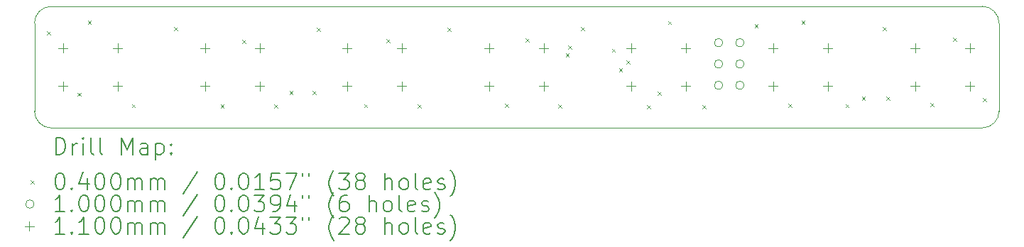
<source format=gbr>
%TF.GenerationSoftware,KiCad,Pcbnew,8.0.6*%
%TF.CreationDate,2024-12-03T13:54:24-05:00*%
%TF.ProjectId,UFC_Function Select,5546435f-4675-46e6-9374-696f6e205365,rev?*%
%TF.SameCoordinates,Original*%
%TF.FileFunction,Drillmap*%
%TF.FilePolarity,Positive*%
%FSLAX45Y45*%
G04 Gerber Fmt 4.5, Leading zero omitted, Abs format (unit mm)*
G04 Created by KiCad (PCBNEW 8.0.6) date 2024-12-03 13:54:24*
%MOMM*%
%LPD*%
G01*
G04 APERTURE LIST*
%ADD10C,0.100000*%
%ADD11C,0.200000*%
%ADD12C,0.110000*%
G04 APERTURE END LIST*
D10*
X9100550Y-9572140D02*
X9100550Y-8522140D01*
X9100550Y-8522140D02*
G75*
G02*
X9300550Y-8322140I200000J0D01*
G01*
X20600550Y-9572140D02*
G75*
G02*
X20400550Y-9772140I-200000J0D01*
G01*
X9300550Y-8322140D02*
X20400550Y-8322140D01*
X20400550Y-9772140D02*
X9300550Y-9772140D01*
X9300550Y-9772140D02*
G75*
G02*
X9100550Y-9572140I0J200000D01*
G01*
X20600550Y-8522140D02*
X20600550Y-9572140D01*
X20400550Y-8322140D02*
G75*
G02*
X20600550Y-8522140I0J-200000D01*
G01*
D11*
D10*
X9247050Y-8622880D02*
X9287050Y-8662880D01*
X9287050Y-8622880D02*
X9247050Y-8662880D01*
X9615550Y-9352140D02*
X9655550Y-9392140D01*
X9655550Y-9352140D02*
X9615550Y-9392140D01*
X9735550Y-8492140D02*
X9775550Y-8532140D01*
X9775550Y-8492140D02*
X9735550Y-8532140D01*
X10260550Y-9487140D02*
X10300550Y-9527140D01*
X10300550Y-9487140D02*
X10260550Y-9527140D01*
X10765550Y-8572140D02*
X10805550Y-8612140D01*
X10805550Y-8572140D02*
X10765550Y-8612140D01*
X11320550Y-9492140D02*
X11360550Y-9532140D01*
X11360550Y-9492140D02*
X11320550Y-9532140D01*
X11575550Y-8722140D02*
X11615550Y-8762140D01*
X11615550Y-8722140D02*
X11575550Y-8762140D01*
X11960550Y-9492140D02*
X12000550Y-9532140D01*
X12000550Y-9492140D02*
X11960550Y-9532140D01*
X12140550Y-9332140D02*
X12180550Y-9372140D01*
X12180550Y-9332140D02*
X12140550Y-9372140D01*
X12415550Y-9332140D02*
X12455550Y-9372140D01*
X12455550Y-9332140D02*
X12415550Y-9372140D01*
X12465550Y-8577140D02*
X12505550Y-8617140D01*
X12505550Y-8577140D02*
X12465550Y-8617140D01*
X13030550Y-9487140D02*
X13070550Y-9527140D01*
X13070550Y-9487140D02*
X13030550Y-9527140D01*
X13295550Y-8712140D02*
X13335550Y-8752140D01*
X13335550Y-8712140D02*
X13295550Y-8752140D01*
X13670550Y-9492140D02*
X13710550Y-9532140D01*
X13710550Y-9492140D02*
X13670550Y-9532140D01*
X14025550Y-8577140D02*
X14065550Y-8617140D01*
X14065550Y-8577140D02*
X14025550Y-8617140D01*
X14710550Y-9482140D02*
X14750550Y-9522140D01*
X14750550Y-9482140D02*
X14710550Y-9522140D01*
X14955550Y-8707140D02*
X14995550Y-8747140D01*
X14995550Y-8707140D02*
X14955550Y-8747140D01*
X15345550Y-9492140D02*
X15385550Y-9532140D01*
X15385550Y-9492140D02*
X15345550Y-9532140D01*
X15434899Y-8882274D02*
X15474899Y-8922274D01*
X15474899Y-8882274D02*
X15434899Y-8922274D01*
X15465550Y-8787140D02*
X15505550Y-8827140D01*
X15505550Y-8787140D02*
X15465550Y-8827140D01*
X15615550Y-8572140D02*
X15655550Y-8612140D01*
X15655550Y-8572140D02*
X15615550Y-8612140D01*
X15985550Y-8827140D02*
X16025550Y-8867140D01*
X16025550Y-8827140D02*
X15985550Y-8867140D01*
X16069480Y-9060568D02*
X16109480Y-9100568D01*
X16109480Y-9060568D02*
X16069480Y-9100568D01*
X16159620Y-8970428D02*
X16199620Y-9010428D01*
X16199620Y-8970428D02*
X16159620Y-9010428D01*
X16405634Y-9499900D02*
X16445634Y-9539900D01*
X16445634Y-9499900D02*
X16405634Y-9539900D01*
X16530550Y-9342140D02*
X16570550Y-9382140D01*
X16570550Y-9342140D02*
X16530550Y-9382140D01*
X16652660Y-8497140D02*
X16692660Y-8537140D01*
X16692660Y-8497140D02*
X16652660Y-8537140D01*
X17065314Y-9499900D02*
X17105314Y-9539900D01*
X17105314Y-9499900D02*
X17065314Y-9539900D01*
X17685550Y-8537140D02*
X17725550Y-8577140D01*
X17725550Y-8537140D02*
X17685550Y-8577140D01*
X18085550Y-9482140D02*
X18125550Y-9522140D01*
X18125550Y-9482140D02*
X18085550Y-9522140D01*
X18245550Y-8492140D02*
X18285550Y-8532140D01*
X18285550Y-8492140D02*
X18245550Y-8532140D01*
X18770550Y-9487140D02*
X18810550Y-9527140D01*
X18810550Y-9487140D02*
X18770550Y-9527140D01*
X18965550Y-9397140D02*
X19005550Y-9437140D01*
X19005550Y-9397140D02*
X18965550Y-9437140D01*
X19215550Y-8572140D02*
X19255550Y-8612140D01*
X19255550Y-8572140D02*
X19215550Y-8612140D01*
X19255550Y-9397140D02*
X19295550Y-9437140D01*
X19295550Y-9397140D02*
X19255550Y-9437140D01*
X19780550Y-9477140D02*
X19820550Y-9517140D01*
X19820550Y-9477140D02*
X19780550Y-9517140D01*
X20050550Y-8697140D02*
X20090550Y-8737140D01*
X20090550Y-8697140D02*
X20050550Y-8737140D01*
X20410550Y-9417140D02*
X20450550Y-9457140D01*
X20450550Y-9417140D02*
X20410550Y-9457140D01*
X17306550Y-8756140D02*
G75*
G02*
X17206550Y-8756140I-50000J0D01*
G01*
X17206550Y-8756140D02*
G75*
G02*
X17306550Y-8756140I50000J0D01*
G01*
X17306550Y-9010140D02*
G75*
G02*
X17206550Y-9010140I-50000J0D01*
G01*
X17206550Y-9010140D02*
G75*
G02*
X17306550Y-9010140I50000J0D01*
G01*
X17306550Y-9264140D02*
G75*
G02*
X17206550Y-9264140I-50000J0D01*
G01*
X17206550Y-9264140D02*
G75*
G02*
X17306550Y-9264140I50000J0D01*
G01*
X17560550Y-8756140D02*
G75*
G02*
X17460550Y-8756140I-50000J0D01*
G01*
X17460550Y-8756140D02*
G75*
G02*
X17560550Y-8756140I50000J0D01*
G01*
X17560550Y-9010140D02*
G75*
G02*
X17460550Y-9010140I-50000J0D01*
G01*
X17460550Y-9010140D02*
G75*
G02*
X17560550Y-9010140I50000J0D01*
G01*
X17560550Y-9264140D02*
G75*
G02*
X17460550Y-9264140I-50000J0D01*
G01*
X17460550Y-9264140D02*
G75*
G02*
X17560550Y-9264140I50000J0D01*
G01*
D12*
X9442300Y-8766700D02*
X9442300Y-8876700D01*
X9387300Y-8821700D02*
X9497300Y-8821700D01*
X9442300Y-9216700D02*
X9442300Y-9326700D01*
X9387300Y-9271700D02*
X9497300Y-9271700D01*
X10092300Y-8766700D02*
X10092300Y-8876700D01*
X10037300Y-8821700D02*
X10147300Y-8821700D01*
X10092300Y-9216700D02*
X10092300Y-9326700D01*
X10037300Y-9271700D02*
X10147300Y-9271700D01*
X11135633Y-8766700D02*
X11135633Y-8876700D01*
X11080633Y-8821700D02*
X11190633Y-8821700D01*
X11135633Y-9216700D02*
X11135633Y-9326700D01*
X11080633Y-9271700D02*
X11190633Y-9271700D01*
X11785633Y-8766700D02*
X11785633Y-8876700D01*
X11730633Y-8821700D02*
X11840633Y-8821700D01*
X11785633Y-9216700D02*
X11785633Y-9326700D01*
X11730633Y-9271700D02*
X11840633Y-9271700D01*
X12828970Y-8766700D02*
X12828970Y-8876700D01*
X12773970Y-8821700D02*
X12883970Y-8821700D01*
X12828970Y-9216700D02*
X12828970Y-9326700D01*
X12773970Y-9271700D02*
X12883970Y-9271700D01*
X13478970Y-8766700D02*
X13478970Y-8876700D01*
X13423970Y-8821700D02*
X13533970Y-8821700D01*
X13478970Y-9216700D02*
X13478970Y-9326700D01*
X13423970Y-9271700D02*
X13533970Y-9271700D01*
X14522300Y-8766700D02*
X14522300Y-8876700D01*
X14467300Y-8821700D02*
X14577300Y-8821700D01*
X14522300Y-9216700D02*
X14522300Y-9326700D01*
X14467300Y-9271700D02*
X14577300Y-9271700D01*
X15172300Y-8766700D02*
X15172300Y-8876700D01*
X15117300Y-8821700D02*
X15227300Y-8821700D01*
X15172300Y-9216700D02*
X15172300Y-9326700D01*
X15117300Y-9271700D02*
X15227300Y-9271700D01*
X16215633Y-8766700D02*
X16215633Y-8876700D01*
X16160633Y-8821700D02*
X16270633Y-8821700D01*
X16215633Y-9216700D02*
X16215633Y-9326700D01*
X16160633Y-9271700D02*
X16270633Y-9271700D01*
X16865633Y-8766700D02*
X16865633Y-8876700D01*
X16810633Y-8821700D02*
X16920633Y-8821700D01*
X16865633Y-9216700D02*
X16865633Y-9326700D01*
X16810633Y-9271700D02*
X16920633Y-9271700D01*
X17908967Y-8766700D02*
X17908967Y-8876700D01*
X17853967Y-8821700D02*
X17963967Y-8821700D01*
X17908967Y-9216700D02*
X17908967Y-9326700D01*
X17853967Y-9271700D02*
X17963967Y-9271700D01*
X18558967Y-8766700D02*
X18558967Y-8876700D01*
X18503967Y-8821700D02*
X18613967Y-8821700D01*
X18558967Y-9216700D02*
X18558967Y-9326700D01*
X18503967Y-9271700D02*
X18613967Y-9271700D01*
X19602300Y-8766700D02*
X19602300Y-8876700D01*
X19547300Y-8821700D02*
X19657300Y-8821700D01*
X19602300Y-9216700D02*
X19602300Y-9326700D01*
X19547300Y-9271700D02*
X19657300Y-9271700D01*
X20252300Y-8766700D02*
X20252300Y-8876700D01*
X20197300Y-8821700D02*
X20307300Y-8821700D01*
X20252300Y-9216700D02*
X20252300Y-9326700D01*
X20197300Y-9271700D02*
X20307300Y-9271700D01*
D11*
X9356327Y-10088624D02*
X9356327Y-9888624D01*
X9356327Y-9888624D02*
X9403946Y-9888624D01*
X9403946Y-9888624D02*
X9432517Y-9898147D01*
X9432517Y-9898147D02*
X9451565Y-9917195D01*
X9451565Y-9917195D02*
X9461089Y-9936243D01*
X9461089Y-9936243D02*
X9470612Y-9974338D01*
X9470612Y-9974338D02*
X9470612Y-10002909D01*
X9470612Y-10002909D02*
X9461089Y-10041005D01*
X9461089Y-10041005D02*
X9451565Y-10060052D01*
X9451565Y-10060052D02*
X9432517Y-10079100D01*
X9432517Y-10079100D02*
X9403946Y-10088624D01*
X9403946Y-10088624D02*
X9356327Y-10088624D01*
X9556327Y-10088624D02*
X9556327Y-9955290D01*
X9556327Y-9993386D02*
X9565850Y-9974338D01*
X9565850Y-9974338D02*
X9575374Y-9964814D01*
X9575374Y-9964814D02*
X9594422Y-9955290D01*
X9594422Y-9955290D02*
X9613470Y-9955290D01*
X9680136Y-10088624D02*
X9680136Y-9955290D01*
X9680136Y-9888624D02*
X9670612Y-9898147D01*
X9670612Y-9898147D02*
X9680136Y-9907671D01*
X9680136Y-9907671D02*
X9689660Y-9898147D01*
X9689660Y-9898147D02*
X9680136Y-9888624D01*
X9680136Y-9888624D02*
X9680136Y-9907671D01*
X9803946Y-10088624D02*
X9784898Y-10079100D01*
X9784898Y-10079100D02*
X9775374Y-10060052D01*
X9775374Y-10060052D02*
X9775374Y-9888624D01*
X9908708Y-10088624D02*
X9889660Y-10079100D01*
X9889660Y-10079100D02*
X9880136Y-10060052D01*
X9880136Y-10060052D02*
X9880136Y-9888624D01*
X10137279Y-10088624D02*
X10137279Y-9888624D01*
X10137279Y-9888624D02*
X10203946Y-10031481D01*
X10203946Y-10031481D02*
X10270612Y-9888624D01*
X10270612Y-9888624D02*
X10270612Y-10088624D01*
X10451565Y-10088624D02*
X10451565Y-9983862D01*
X10451565Y-9983862D02*
X10442041Y-9964814D01*
X10442041Y-9964814D02*
X10422993Y-9955290D01*
X10422993Y-9955290D02*
X10384898Y-9955290D01*
X10384898Y-9955290D02*
X10365850Y-9964814D01*
X10451565Y-10079100D02*
X10432517Y-10088624D01*
X10432517Y-10088624D02*
X10384898Y-10088624D01*
X10384898Y-10088624D02*
X10365850Y-10079100D01*
X10365850Y-10079100D02*
X10356327Y-10060052D01*
X10356327Y-10060052D02*
X10356327Y-10041005D01*
X10356327Y-10041005D02*
X10365850Y-10021957D01*
X10365850Y-10021957D02*
X10384898Y-10012433D01*
X10384898Y-10012433D02*
X10432517Y-10012433D01*
X10432517Y-10012433D02*
X10451565Y-10002909D01*
X10546803Y-9955290D02*
X10546803Y-10155290D01*
X10546803Y-9964814D02*
X10565850Y-9955290D01*
X10565850Y-9955290D02*
X10603946Y-9955290D01*
X10603946Y-9955290D02*
X10622993Y-9964814D01*
X10622993Y-9964814D02*
X10632517Y-9974338D01*
X10632517Y-9974338D02*
X10642041Y-9993386D01*
X10642041Y-9993386D02*
X10642041Y-10050528D01*
X10642041Y-10050528D02*
X10632517Y-10069576D01*
X10632517Y-10069576D02*
X10622993Y-10079100D01*
X10622993Y-10079100D02*
X10603946Y-10088624D01*
X10603946Y-10088624D02*
X10565850Y-10088624D01*
X10565850Y-10088624D02*
X10546803Y-10079100D01*
X10727755Y-10069576D02*
X10737279Y-10079100D01*
X10737279Y-10079100D02*
X10727755Y-10088624D01*
X10727755Y-10088624D02*
X10718231Y-10079100D01*
X10718231Y-10079100D02*
X10727755Y-10069576D01*
X10727755Y-10069576D02*
X10727755Y-10088624D01*
X10727755Y-9964814D02*
X10737279Y-9974338D01*
X10737279Y-9974338D02*
X10727755Y-9983862D01*
X10727755Y-9983862D02*
X10718231Y-9974338D01*
X10718231Y-9974338D02*
X10727755Y-9964814D01*
X10727755Y-9964814D02*
X10727755Y-9983862D01*
D10*
X9055550Y-10397140D02*
X9095550Y-10437140D01*
X9095550Y-10397140D02*
X9055550Y-10437140D01*
D11*
X9394422Y-10308624D02*
X9413470Y-10308624D01*
X9413470Y-10308624D02*
X9432517Y-10318147D01*
X9432517Y-10318147D02*
X9442041Y-10327671D01*
X9442041Y-10327671D02*
X9451565Y-10346719D01*
X9451565Y-10346719D02*
X9461089Y-10384814D01*
X9461089Y-10384814D02*
X9461089Y-10432433D01*
X9461089Y-10432433D02*
X9451565Y-10470528D01*
X9451565Y-10470528D02*
X9442041Y-10489576D01*
X9442041Y-10489576D02*
X9432517Y-10499100D01*
X9432517Y-10499100D02*
X9413470Y-10508624D01*
X9413470Y-10508624D02*
X9394422Y-10508624D01*
X9394422Y-10508624D02*
X9375374Y-10499100D01*
X9375374Y-10499100D02*
X9365850Y-10489576D01*
X9365850Y-10489576D02*
X9356327Y-10470528D01*
X9356327Y-10470528D02*
X9346803Y-10432433D01*
X9346803Y-10432433D02*
X9346803Y-10384814D01*
X9346803Y-10384814D02*
X9356327Y-10346719D01*
X9356327Y-10346719D02*
X9365850Y-10327671D01*
X9365850Y-10327671D02*
X9375374Y-10318147D01*
X9375374Y-10318147D02*
X9394422Y-10308624D01*
X9546803Y-10489576D02*
X9556327Y-10499100D01*
X9556327Y-10499100D02*
X9546803Y-10508624D01*
X9546803Y-10508624D02*
X9537279Y-10499100D01*
X9537279Y-10499100D02*
X9546803Y-10489576D01*
X9546803Y-10489576D02*
X9546803Y-10508624D01*
X9727755Y-10375290D02*
X9727755Y-10508624D01*
X9680136Y-10299100D02*
X9632517Y-10441957D01*
X9632517Y-10441957D02*
X9756327Y-10441957D01*
X9870612Y-10308624D02*
X9889660Y-10308624D01*
X9889660Y-10308624D02*
X9908708Y-10318147D01*
X9908708Y-10318147D02*
X9918231Y-10327671D01*
X9918231Y-10327671D02*
X9927755Y-10346719D01*
X9927755Y-10346719D02*
X9937279Y-10384814D01*
X9937279Y-10384814D02*
X9937279Y-10432433D01*
X9937279Y-10432433D02*
X9927755Y-10470528D01*
X9927755Y-10470528D02*
X9918231Y-10489576D01*
X9918231Y-10489576D02*
X9908708Y-10499100D01*
X9908708Y-10499100D02*
X9889660Y-10508624D01*
X9889660Y-10508624D02*
X9870612Y-10508624D01*
X9870612Y-10508624D02*
X9851565Y-10499100D01*
X9851565Y-10499100D02*
X9842041Y-10489576D01*
X9842041Y-10489576D02*
X9832517Y-10470528D01*
X9832517Y-10470528D02*
X9822993Y-10432433D01*
X9822993Y-10432433D02*
X9822993Y-10384814D01*
X9822993Y-10384814D02*
X9832517Y-10346719D01*
X9832517Y-10346719D02*
X9842041Y-10327671D01*
X9842041Y-10327671D02*
X9851565Y-10318147D01*
X9851565Y-10318147D02*
X9870612Y-10308624D01*
X10061089Y-10308624D02*
X10080136Y-10308624D01*
X10080136Y-10308624D02*
X10099184Y-10318147D01*
X10099184Y-10318147D02*
X10108708Y-10327671D01*
X10108708Y-10327671D02*
X10118231Y-10346719D01*
X10118231Y-10346719D02*
X10127755Y-10384814D01*
X10127755Y-10384814D02*
X10127755Y-10432433D01*
X10127755Y-10432433D02*
X10118231Y-10470528D01*
X10118231Y-10470528D02*
X10108708Y-10489576D01*
X10108708Y-10489576D02*
X10099184Y-10499100D01*
X10099184Y-10499100D02*
X10080136Y-10508624D01*
X10080136Y-10508624D02*
X10061089Y-10508624D01*
X10061089Y-10508624D02*
X10042041Y-10499100D01*
X10042041Y-10499100D02*
X10032517Y-10489576D01*
X10032517Y-10489576D02*
X10022993Y-10470528D01*
X10022993Y-10470528D02*
X10013470Y-10432433D01*
X10013470Y-10432433D02*
X10013470Y-10384814D01*
X10013470Y-10384814D02*
X10022993Y-10346719D01*
X10022993Y-10346719D02*
X10032517Y-10327671D01*
X10032517Y-10327671D02*
X10042041Y-10318147D01*
X10042041Y-10318147D02*
X10061089Y-10308624D01*
X10213470Y-10508624D02*
X10213470Y-10375290D01*
X10213470Y-10394338D02*
X10222993Y-10384814D01*
X10222993Y-10384814D02*
X10242041Y-10375290D01*
X10242041Y-10375290D02*
X10270612Y-10375290D01*
X10270612Y-10375290D02*
X10289660Y-10384814D01*
X10289660Y-10384814D02*
X10299184Y-10403862D01*
X10299184Y-10403862D02*
X10299184Y-10508624D01*
X10299184Y-10403862D02*
X10308708Y-10384814D01*
X10308708Y-10384814D02*
X10327755Y-10375290D01*
X10327755Y-10375290D02*
X10356327Y-10375290D01*
X10356327Y-10375290D02*
X10375374Y-10384814D01*
X10375374Y-10384814D02*
X10384898Y-10403862D01*
X10384898Y-10403862D02*
X10384898Y-10508624D01*
X10480136Y-10508624D02*
X10480136Y-10375290D01*
X10480136Y-10394338D02*
X10489660Y-10384814D01*
X10489660Y-10384814D02*
X10508708Y-10375290D01*
X10508708Y-10375290D02*
X10537279Y-10375290D01*
X10537279Y-10375290D02*
X10556327Y-10384814D01*
X10556327Y-10384814D02*
X10565851Y-10403862D01*
X10565851Y-10403862D02*
X10565851Y-10508624D01*
X10565851Y-10403862D02*
X10575374Y-10384814D01*
X10575374Y-10384814D02*
X10594422Y-10375290D01*
X10594422Y-10375290D02*
X10622993Y-10375290D01*
X10622993Y-10375290D02*
X10642041Y-10384814D01*
X10642041Y-10384814D02*
X10651565Y-10403862D01*
X10651565Y-10403862D02*
X10651565Y-10508624D01*
X11042041Y-10299100D02*
X10870613Y-10556243D01*
X11299184Y-10308624D02*
X11318232Y-10308624D01*
X11318232Y-10308624D02*
X11337279Y-10318147D01*
X11337279Y-10318147D02*
X11346803Y-10327671D01*
X11346803Y-10327671D02*
X11356327Y-10346719D01*
X11356327Y-10346719D02*
X11365851Y-10384814D01*
X11365851Y-10384814D02*
X11365851Y-10432433D01*
X11365851Y-10432433D02*
X11356327Y-10470528D01*
X11356327Y-10470528D02*
X11346803Y-10489576D01*
X11346803Y-10489576D02*
X11337279Y-10499100D01*
X11337279Y-10499100D02*
X11318232Y-10508624D01*
X11318232Y-10508624D02*
X11299184Y-10508624D01*
X11299184Y-10508624D02*
X11280136Y-10499100D01*
X11280136Y-10499100D02*
X11270612Y-10489576D01*
X11270612Y-10489576D02*
X11261089Y-10470528D01*
X11261089Y-10470528D02*
X11251565Y-10432433D01*
X11251565Y-10432433D02*
X11251565Y-10384814D01*
X11251565Y-10384814D02*
X11261089Y-10346719D01*
X11261089Y-10346719D02*
X11270612Y-10327671D01*
X11270612Y-10327671D02*
X11280136Y-10318147D01*
X11280136Y-10318147D02*
X11299184Y-10308624D01*
X11451565Y-10489576D02*
X11461089Y-10499100D01*
X11461089Y-10499100D02*
X11451565Y-10508624D01*
X11451565Y-10508624D02*
X11442041Y-10499100D01*
X11442041Y-10499100D02*
X11451565Y-10489576D01*
X11451565Y-10489576D02*
X11451565Y-10508624D01*
X11584898Y-10308624D02*
X11603946Y-10308624D01*
X11603946Y-10308624D02*
X11622993Y-10318147D01*
X11622993Y-10318147D02*
X11632517Y-10327671D01*
X11632517Y-10327671D02*
X11642041Y-10346719D01*
X11642041Y-10346719D02*
X11651565Y-10384814D01*
X11651565Y-10384814D02*
X11651565Y-10432433D01*
X11651565Y-10432433D02*
X11642041Y-10470528D01*
X11642041Y-10470528D02*
X11632517Y-10489576D01*
X11632517Y-10489576D02*
X11622993Y-10499100D01*
X11622993Y-10499100D02*
X11603946Y-10508624D01*
X11603946Y-10508624D02*
X11584898Y-10508624D01*
X11584898Y-10508624D02*
X11565851Y-10499100D01*
X11565851Y-10499100D02*
X11556327Y-10489576D01*
X11556327Y-10489576D02*
X11546803Y-10470528D01*
X11546803Y-10470528D02*
X11537279Y-10432433D01*
X11537279Y-10432433D02*
X11537279Y-10384814D01*
X11537279Y-10384814D02*
X11546803Y-10346719D01*
X11546803Y-10346719D02*
X11556327Y-10327671D01*
X11556327Y-10327671D02*
X11565851Y-10318147D01*
X11565851Y-10318147D02*
X11584898Y-10308624D01*
X11842041Y-10508624D02*
X11727755Y-10508624D01*
X11784898Y-10508624D02*
X11784898Y-10308624D01*
X11784898Y-10308624D02*
X11765851Y-10337195D01*
X11765851Y-10337195D02*
X11746803Y-10356243D01*
X11746803Y-10356243D02*
X11727755Y-10365766D01*
X12022993Y-10308624D02*
X11927755Y-10308624D01*
X11927755Y-10308624D02*
X11918232Y-10403862D01*
X11918232Y-10403862D02*
X11927755Y-10394338D01*
X11927755Y-10394338D02*
X11946803Y-10384814D01*
X11946803Y-10384814D02*
X11994422Y-10384814D01*
X11994422Y-10384814D02*
X12013470Y-10394338D01*
X12013470Y-10394338D02*
X12022993Y-10403862D01*
X12022993Y-10403862D02*
X12032517Y-10422909D01*
X12032517Y-10422909D02*
X12032517Y-10470528D01*
X12032517Y-10470528D02*
X12022993Y-10489576D01*
X12022993Y-10489576D02*
X12013470Y-10499100D01*
X12013470Y-10499100D02*
X11994422Y-10508624D01*
X11994422Y-10508624D02*
X11946803Y-10508624D01*
X11946803Y-10508624D02*
X11927755Y-10499100D01*
X11927755Y-10499100D02*
X11918232Y-10489576D01*
X12099184Y-10308624D02*
X12232517Y-10308624D01*
X12232517Y-10308624D02*
X12146803Y-10508624D01*
X12299184Y-10308624D02*
X12299184Y-10346719D01*
X12375374Y-10308624D02*
X12375374Y-10346719D01*
X12670613Y-10584814D02*
X12661089Y-10575290D01*
X12661089Y-10575290D02*
X12642041Y-10546719D01*
X12642041Y-10546719D02*
X12632517Y-10527671D01*
X12632517Y-10527671D02*
X12622994Y-10499100D01*
X12622994Y-10499100D02*
X12613470Y-10451481D01*
X12613470Y-10451481D02*
X12613470Y-10413386D01*
X12613470Y-10413386D02*
X12622994Y-10365766D01*
X12622994Y-10365766D02*
X12632517Y-10337195D01*
X12632517Y-10337195D02*
X12642041Y-10318147D01*
X12642041Y-10318147D02*
X12661089Y-10289576D01*
X12661089Y-10289576D02*
X12670613Y-10280052D01*
X12727755Y-10308624D02*
X12851565Y-10308624D01*
X12851565Y-10308624D02*
X12784898Y-10384814D01*
X12784898Y-10384814D02*
X12813470Y-10384814D01*
X12813470Y-10384814D02*
X12832517Y-10394338D01*
X12832517Y-10394338D02*
X12842041Y-10403862D01*
X12842041Y-10403862D02*
X12851565Y-10422909D01*
X12851565Y-10422909D02*
X12851565Y-10470528D01*
X12851565Y-10470528D02*
X12842041Y-10489576D01*
X12842041Y-10489576D02*
X12832517Y-10499100D01*
X12832517Y-10499100D02*
X12813470Y-10508624D01*
X12813470Y-10508624D02*
X12756327Y-10508624D01*
X12756327Y-10508624D02*
X12737279Y-10499100D01*
X12737279Y-10499100D02*
X12727755Y-10489576D01*
X12965851Y-10394338D02*
X12946803Y-10384814D01*
X12946803Y-10384814D02*
X12937279Y-10375290D01*
X12937279Y-10375290D02*
X12927755Y-10356243D01*
X12927755Y-10356243D02*
X12927755Y-10346719D01*
X12927755Y-10346719D02*
X12937279Y-10327671D01*
X12937279Y-10327671D02*
X12946803Y-10318147D01*
X12946803Y-10318147D02*
X12965851Y-10308624D01*
X12965851Y-10308624D02*
X13003946Y-10308624D01*
X13003946Y-10308624D02*
X13022994Y-10318147D01*
X13022994Y-10318147D02*
X13032517Y-10327671D01*
X13032517Y-10327671D02*
X13042041Y-10346719D01*
X13042041Y-10346719D02*
X13042041Y-10356243D01*
X13042041Y-10356243D02*
X13032517Y-10375290D01*
X13032517Y-10375290D02*
X13022994Y-10384814D01*
X13022994Y-10384814D02*
X13003946Y-10394338D01*
X13003946Y-10394338D02*
X12965851Y-10394338D01*
X12965851Y-10394338D02*
X12946803Y-10403862D01*
X12946803Y-10403862D02*
X12937279Y-10413386D01*
X12937279Y-10413386D02*
X12927755Y-10432433D01*
X12927755Y-10432433D02*
X12927755Y-10470528D01*
X12927755Y-10470528D02*
X12937279Y-10489576D01*
X12937279Y-10489576D02*
X12946803Y-10499100D01*
X12946803Y-10499100D02*
X12965851Y-10508624D01*
X12965851Y-10508624D02*
X13003946Y-10508624D01*
X13003946Y-10508624D02*
X13022994Y-10499100D01*
X13022994Y-10499100D02*
X13032517Y-10489576D01*
X13032517Y-10489576D02*
X13042041Y-10470528D01*
X13042041Y-10470528D02*
X13042041Y-10432433D01*
X13042041Y-10432433D02*
X13032517Y-10413386D01*
X13032517Y-10413386D02*
X13022994Y-10403862D01*
X13022994Y-10403862D02*
X13003946Y-10394338D01*
X13280136Y-10508624D02*
X13280136Y-10308624D01*
X13365851Y-10508624D02*
X13365851Y-10403862D01*
X13365851Y-10403862D02*
X13356327Y-10384814D01*
X13356327Y-10384814D02*
X13337279Y-10375290D01*
X13337279Y-10375290D02*
X13308708Y-10375290D01*
X13308708Y-10375290D02*
X13289660Y-10384814D01*
X13289660Y-10384814D02*
X13280136Y-10394338D01*
X13489660Y-10508624D02*
X13470613Y-10499100D01*
X13470613Y-10499100D02*
X13461089Y-10489576D01*
X13461089Y-10489576D02*
X13451565Y-10470528D01*
X13451565Y-10470528D02*
X13451565Y-10413386D01*
X13451565Y-10413386D02*
X13461089Y-10394338D01*
X13461089Y-10394338D02*
X13470613Y-10384814D01*
X13470613Y-10384814D02*
X13489660Y-10375290D01*
X13489660Y-10375290D02*
X13518232Y-10375290D01*
X13518232Y-10375290D02*
X13537279Y-10384814D01*
X13537279Y-10384814D02*
X13546803Y-10394338D01*
X13546803Y-10394338D02*
X13556327Y-10413386D01*
X13556327Y-10413386D02*
X13556327Y-10470528D01*
X13556327Y-10470528D02*
X13546803Y-10489576D01*
X13546803Y-10489576D02*
X13537279Y-10499100D01*
X13537279Y-10499100D02*
X13518232Y-10508624D01*
X13518232Y-10508624D02*
X13489660Y-10508624D01*
X13670613Y-10508624D02*
X13651565Y-10499100D01*
X13651565Y-10499100D02*
X13642041Y-10480052D01*
X13642041Y-10480052D02*
X13642041Y-10308624D01*
X13822994Y-10499100D02*
X13803946Y-10508624D01*
X13803946Y-10508624D02*
X13765851Y-10508624D01*
X13765851Y-10508624D02*
X13746803Y-10499100D01*
X13746803Y-10499100D02*
X13737279Y-10480052D01*
X13737279Y-10480052D02*
X13737279Y-10403862D01*
X13737279Y-10403862D02*
X13746803Y-10384814D01*
X13746803Y-10384814D02*
X13765851Y-10375290D01*
X13765851Y-10375290D02*
X13803946Y-10375290D01*
X13803946Y-10375290D02*
X13822994Y-10384814D01*
X13822994Y-10384814D02*
X13832517Y-10403862D01*
X13832517Y-10403862D02*
X13832517Y-10422909D01*
X13832517Y-10422909D02*
X13737279Y-10441957D01*
X13908708Y-10499100D02*
X13927756Y-10508624D01*
X13927756Y-10508624D02*
X13965851Y-10508624D01*
X13965851Y-10508624D02*
X13984898Y-10499100D01*
X13984898Y-10499100D02*
X13994422Y-10480052D01*
X13994422Y-10480052D02*
X13994422Y-10470528D01*
X13994422Y-10470528D02*
X13984898Y-10451481D01*
X13984898Y-10451481D02*
X13965851Y-10441957D01*
X13965851Y-10441957D02*
X13937279Y-10441957D01*
X13937279Y-10441957D02*
X13918232Y-10432433D01*
X13918232Y-10432433D02*
X13908708Y-10413386D01*
X13908708Y-10413386D02*
X13908708Y-10403862D01*
X13908708Y-10403862D02*
X13918232Y-10384814D01*
X13918232Y-10384814D02*
X13937279Y-10375290D01*
X13937279Y-10375290D02*
X13965851Y-10375290D01*
X13965851Y-10375290D02*
X13984898Y-10384814D01*
X14061089Y-10584814D02*
X14070613Y-10575290D01*
X14070613Y-10575290D02*
X14089660Y-10546719D01*
X14089660Y-10546719D02*
X14099184Y-10527671D01*
X14099184Y-10527671D02*
X14108708Y-10499100D01*
X14108708Y-10499100D02*
X14118232Y-10451481D01*
X14118232Y-10451481D02*
X14118232Y-10413386D01*
X14118232Y-10413386D02*
X14108708Y-10365766D01*
X14108708Y-10365766D02*
X14099184Y-10337195D01*
X14099184Y-10337195D02*
X14089660Y-10318147D01*
X14089660Y-10318147D02*
X14070613Y-10289576D01*
X14070613Y-10289576D02*
X14061089Y-10280052D01*
D10*
X9095550Y-10681140D02*
G75*
G02*
X8995550Y-10681140I-50000J0D01*
G01*
X8995550Y-10681140D02*
G75*
G02*
X9095550Y-10681140I50000J0D01*
G01*
D11*
X9461089Y-10772624D02*
X9346803Y-10772624D01*
X9403946Y-10772624D02*
X9403946Y-10572624D01*
X9403946Y-10572624D02*
X9384898Y-10601195D01*
X9384898Y-10601195D02*
X9365850Y-10620243D01*
X9365850Y-10620243D02*
X9346803Y-10629766D01*
X9546803Y-10753576D02*
X9556327Y-10763100D01*
X9556327Y-10763100D02*
X9546803Y-10772624D01*
X9546803Y-10772624D02*
X9537279Y-10763100D01*
X9537279Y-10763100D02*
X9546803Y-10753576D01*
X9546803Y-10753576D02*
X9546803Y-10772624D01*
X9680136Y-10572624D02*
X9699184Y-10572624D01*
X9699184Y-10572624D02*
X9718231Y-10582147D01*
X9718231Y-10582147D02*
X9727755Y-10591671D01*
X9727755Y-10591671D02*
X9737279Y-10610719D01*
X9737279Y-10610719D02*
X9746803Y-10648814D01*
X9746803Y-10648814D02*
X9746803Y-10696433D01*
X9746803Y-10696433D02*
X9737279Y-10734528D01*
X9737279Y-10734528D02*
X9727755Y-10753576D01*
X9727755Y-10753576D02*
X9718231Y-10763100D01*
X9718231Y-10763100D02*
X9699184Y-10772624D01*
X9699184Y-10772624D02*
X9680136Y-10772624D01*
X9680136Y-10772624D02*
X9661089Y-10763100D01*
X9661089Y-10763100D02*
X9651565Y-10753576D01*
X9651565Y-10753576D02*
X9642041Y-10734528D01*
X9642041Y-10734528D02*
X9632517Y-10696433D01*
X9632517Y-10696433D02*
X9632517Y-10648814D01*
X9632517Y-10648814D02*
X9642041Y-10610719D01*
X9642041Y-10610719D02*
X9651565Y-10591671D01*
X9651565Y-10591671D02*
X9661089Y-10582147D01*
X9661089Y-10582147D02*
X9680136Y-10572624D01*
X9870612Y-10572624D02*
X9889660Y-10572624D01*
X9889660Y-10572624D02*
X9908708Y-10582147D01*
X9908708Y-10582147D02*
X9918231Y-10591671D01*
X9918231Y-10591671D02*
X9927755Y-10610719D01*
X9927755Y-10610719D02*
X9937279Y-10648814D01*
X9937279Y-10648814D02*
X9937279Y-10696433D01*
X9937279Y-10696433D02*
X9927755Y-10734528D01*
X9927755Y-10734528D02*
X9918231Y-10753576D01*
X9918231Y-10753576D02*
X9908708Y-10763100D01*
X9908708Y-10763100D02*
X9889660Y-10772624D01*
X9889660Y-10772624D02*
X9870612Y-10772624D01*
X9870612Y-10772624D02*
X9851565Y-10763100D01*
X9851565Y-10763100D02*
X9842041Y-10753576D01*
X9842041Y-10753576D02*
X9832517Y-10734528D01*
X9832517Y-10734528D02*
X9822993Y-10696433D01*
X9822993Y-10696433D02*
X9822993Y-10648814D01*
X9822993Y-10648814D02*
X9832517Y-10610719D01*
X9832517Y-10610719D02*
X9842041Y-10591671D01*
X9842041Y-10591671D02*
X9851565Y-10582147D01*
X9851565Y-10582147D02*
X9870612Y-10572624D01*
X10061089Y-10572624D02*
X10080136Y-10572624D01*
X10080136Y-10572624D02*
X10099184Y-10582147D01*
X10099184Y-10582147D02*
X10108708Y-10591671D01*
X10108708Y-10591671D02*
X10118231Y-10610719D01*
X10118231Y-10610719D02*
X10127755Y-10648814D01*
X10127755Y-10648814D02*
X10127755Y-10696433D01*
X10127755Y-10696433D02*
X10118231Y-10734528D01*
X10118231Y-10734528D02*
X10108708Y-10753576D01*
X10108708Y-10753576D02*
X10099184Y-10763100D01*
X10099184Y-10763100D02*
X10080136Y-10772624D01*
X10080136Y-10772624D02*
X10061089Y-10772624D01*
X10061089Y-10772624D02*
X10042041Y-10763100D01*
X10042041Y-10763100D02*
X10032517Y-10753576D01*
X10032517Y-10753576D02*
X10022993Y-10734528D01*
X10022993Y-10734528D02*
X10013470Y-10696433D01*
X10013470Y-10696433D02*
X10013470Y-10648814D01*
X10013470Y-10648814D02*
X10022993Y-10610719D01*
X10022993Y-10610719D02*
X10032517Y-10591671D01*
X10032517Y-10591671D02*
X10042041Y-10582147D01*
X10042041Y-10582147D02*
X10061089Y-10572624D01*
X10213470Y-10772624D02*
X10213470Y-10639290D01*
X10213470Y-10658338D02*
X10222993Y-10648814D01*
X10222993Y-10648814D02*
X10242041Y-10639290D01*
X10242041Y-10639290D02*
X10270612Y-10639290D01*
X10270612Y-10639290D02*
X10289660Y-10648814D01*
X10289660Y-10648814D02*
X10299184Y-10667862D01*
X10299184Y-10667862D02*
X10299184Y-10772624D01*
X10299184Y-10667862D02*
X10308708Y-10648814D01*
X10308708Y-10648814D02*
X10327755Y-10639290D01*
X10327755Y-10639290D02*
X10356327Y-10639290D01*
X10356327Y-10639290D02*
X10375374Y-10648814D01*
X10375374Y-10648814D02*
X10384898Y-10667862D01*
X10384898Y-10667862D02*
X10384898Y-10772624D01*
X10480136Y-10772624D02*
X10480136Y-10639290D01*
X10480136Y-10658338D02*
X10489660Y-10648814D01*
X10489660Y-10648814D02*
X10508708Y-10639290D01*
X10508708Y-10639290D02*
X10537279Y-10639290D01*
X10537279Y-10639290D02*
X10556327Y-10648814D01*
X10556327Y-10648814D02*
X10565851Y-10667862D01*
X10565851Y-10667862D02*
X10565851Y-10772624D01*
X10565851Y-10667862D02*
X10575374Y-10648814D01*
X10575374Y-10648814D02*
X10594422Y-10639290D01*
X10594422Y-10639290D02*
X10622993Y-10639290D01*
X10622993Y-10639290D02*
X10642041Y-10648814D01*
X10642041Y-10648814D02*
X10651565Y-10667862D01*
X10651565Y-10667862D02*
X10651565Y-10772624D01*
X11042041Y-10563100D02*
X10870613Y-10820243D01*
X11299184Y-10572624D02*
X11318232Y-10572624D01*
X11318232Y-10572624D02*
X11337279Y-10582147D01*
X11337279Y-10582147D02*
X11346803Y-10591671D01*
X11346803Y-10591671D02*
X11356327Y-10610719D01*
X11356327Y-10610719D02*
X11365851Y-10648814D01*
X11365851Y-10648814D02*
X11365851Y-10696433D01*
X11365851Y-10696433D02*
X11356327Y-10734528D01*
X11356327Y-10734528D02*
X11346803Y-10753576D01*
X11346803Y-10753576D02*
X11337279Y-10763100D01*
X11337279Y-10763100D02*
X11318232Y-10772624D01*
X11318232Y-10772624D02*
X11299184Y-10772624D01*
X11299184Y-10772624D02*
X11280136Y-10763100D01*
X11280136Y-10763100D02*
X11270612Y-10753576D01*
X11270612Y-10753576D02*
X11261089Y-10734528D01*
X11261089Y-10734528D02*
X11251565Y-10696433D01*
X11251565Y-10696433D02*
X11251565Y-10648814D01*
X11251565Y-10648814D02*
X11261089Y-10610719D01*
X11261089Y-10610719D02*
X11270612Y-10591671D01*
X11270612Y-10591671D02*
X11280136Y-10582147D01*
X11280136Y-10582147D02*
X11299184Y-10572624D01*
X11451565Y-10753576D02*
X11461089Y-10763100D01*
X11461089Y-10763100D02*
X11451565Y-10772624D01*
X11451565Y-10772624D02*
X11442041Y-10763100D01*
X11442041Y-10763100D02*
X11451565Y-10753576D01*
X11451565Y-10753576D02*
X11451565Y-10772624D01*
X11584898Y-10572624D02*
X11603946Y-10572624D01*
X11603946Y-10572624D02*
X11622993Y-10582147D01*
X11622993Y-10582147D02*
X11632517Y-10591671D01*
X11632517Y-10591671D02*
X11642041Y-10610719D01*
X11642041Y-10610719D02*
X11651565Y-10648814D01*
X11651565Y-10648814D02*
X11651565Y-10696433D01*
X11651565Y-10696433D02*
X11642041Y-10734528D01*
X11642041Y-10734528D02*
X11632517Y-10753576D01*
X11632517Y-10753576D02*
X11622993Y-10763100D01*
X11622993Y-10763100D02*
X11603946Y-10772624D01*
X11603946Y-10772624D02*
X11584898Y-10772624D01*
X11584898Y-10772624D02*
X11565851Y-10763100D01*
X11565851Y-10763100D02*
X11556327Y-10753576D01*
X11556327Y-10753576D02*
X11546803Y-10734528D01*
X11546803Y-10734528D02*
X11537279Y-10696433D01*
X11537279Y-10696433D02*
X11537279Y-10648814D01*
X11537279Y-10648814D02*
X11546803Y-10610719D01*
X11546803Y-10610719D02*
X11556327Y-10591671D01*
X11556327Y-10591671D02*
X11565851Y-10582147D01*
X11565851Y-10582147D02*
X11584898Y-10572624D01*
X11718232Y-10572624D02*
X11842041Y-10572624D01*
X11842041Y-10572624D02*
X11775374Y-10648814D01*
X11775374Y-10648814D02*
X11803946Y-10648814D01*
X11803946Y-10648814D02*
X11822993Y-10658338D01*
X11822993Y-10658338D02*
X11832517Y-10667862D01*
X11832517Y-10667862D02*
X11842041Y-10686909D01*
X11842041Y-10686909D02*
X11842041Y-10734528D01*
X11842041Y-10734528D02*
X11832517Y-10753576D01*
X11832517Y-10753576D02*
X11822993Y-10763100D01*
X11822993Y-10763100D02*
X11803946Y-10772624D01*
X11803946Y-10772624D02*
X11746803Y-10772624D01*
X11746803Y-10772624D02*
X11727755Y-10763100D01*
X11727755Y-10763100D02*
X11718232Y-10753576D01*
X11937279Y-10772624D02*
X11975374Y-10772624D01*
X11975374Y-10772624D02*
X11994422Y-10763100D01*
X11994422Y-10763100D02*
X12003946Y-10753576D01*
X12003946Y-10753576D02*
X12022993Y-10725005D01*
X12022993Y-10725005D02*
X12032517Y-10686909D01*
X12032517Y-10686909D02*
X12032517Y-10610719D01*
X12032517Y-10610719D02*
X12022993Y-10591671D01*
X12022993Y-10591671D02*
X12013470Y-10582147D01*
X12013470Y-10582147D02*
X11994422Y-10572624D01*
X11994422Y-10572624D02*
X11956327Y-10572624D01*
X11956327Y-10572624D02*
X11937279Y-10582147D01*
X11937279Y-10582147D02*
X11927755Y-10591671D01*
X11927755Y-10591671D02*
X11918232Y-10610719D01*
X11918232Y-10610719D02*
X11918232Y-10658338D01*
X11918232Y-10658338D02*
X11927755Y-10677386D01*
X11927755Y-10677386D02*
X11937279Y-10686909D01*
X11937279Y-10686909D02*
X11956327Y-10696433D01*
X11956327Y-10696433D02*
X11994422Y-10696433D01*
X11994422Y-10696433D02*
X12013470Y-10686909D01*
X12013470Y-10686909D02*
X12022993Y-10677386D01*
X12022993Y-10677386D02*
X12032517Y-10658338D01*
X12203946Y-10639290D02*
X12203946Y-10772624D01*
X12156327Y-10563100D02*
X12108708Y-10705957D01*
X12108708Y-10705957D02*
X12232517Y-10705957D01*
X12299184Y-10572624D02*
X12299184Y-10610719D01*
X12375374Y-10572624D02*
X12375374Y-10610719D01*
X12670613Y-10848814D02*
X12661089Y-10839290D01*
X12661089Y-10839290D02*
X12642041Y-10810719D01*
X12642041Y-10810719D02*
X12632517Y-10791671D01*
X12632517Y-10791671D02*
X12622994Y-10763100D01*
X12622994Y-10763100D02*
X12613470Y-10715481D01*
X12613470Y-10715481D02*
X12613470Y-10677386D01*
X12613470Y-10677386D02*
X12622994Y-10629766D01*
X12622994Y-10629766D02*
X12632517Y-10601195D01*
X12632517Y-10601195D02*
X12642041Y-10582147D01*
X12642041Y-10582147D02*
X12661089Y-10553576D01*
X12661089Y-10553576D02*
X12670613Y-10544052D01*
X12832517Y-10572624D02*
X12794422Y-10572624D01*
X12794422Y-10572624D02*
X12775374Y-10582147D01*
X12775374Y-10582147D02*
X12765851Y-10591671D01*
X12765851Y-10591671D02*
X12746803Y-10620243D01*
X12746803Y-10620243D02*
X12737279Y-10658338D01*
X12737279Y-10658338D02*
X12737279Y-10734528D01*
X12737279Y-10734528D02*
X12746803Y-10753576D01*
X12746803Y-10753576D02*
X12756327Y-10763100D01*
X12756327Y-10763100D02*
X12775374Y-10772624D01*
X12775374Y-10772624D02*
X12813470Y-10772624D01*
X12813470Y-10772624D02*
X12832517Y-10763100D01*
X12832517Y-10763100D02*
X12842041Y-10753576D01*
X12842041Y-10753576D02*
X12851565Y-10734528D01*
X12851565Y-10734528D02*
X12851565Y-10686909D01*
X12851565Y-10686909D02*
X12842041Y-10667862D01*
X12842041Y-10667862D02*
X12832517Y-10658338D01*
X12832517Y-10658338D02*
X12813470Y-10648814D01*
X12813470Y-10648814D02*
X12775374Y-10648814D01*
X12775374Y-10648814D02*
X12756327Y-10658338D01*
X12756327Y-10658338D02*
X12746803Y-10667862D01*
X12746803Y-10667862D02*
X12737279Y-10686909D01*
X13089660Y-10772624D02*
X13089660Y-10572624D01*
X13175375Y-10772624D02*
X13175375Y-10667862D01*
X13175375Y-10667862D02*
X13165851Y-10648814D01*
X13165851Y-10648814D02*
X13146803Y-10639290D01*
X13146803Y-10639290D02*
X13118232Y-10639290D01*
X13118232Y-10639290D02*
X13099184Y-10648814D01*
X13099184Y-10648814D02*
X13089660Y-10658338D01*
X13299184Y-10772624D02*
X13280136Y-10763100D01*
X13280136Y-10763100D02*
X13270613Y-10753576D01*
X13270613Y-10753576D02*
X13261089Y-10734528D01*
X13261089Y-10734528D02*
X13261089Y-10677386D01*
X13261089Y-10677386D02*
X13270613Y-10658338D01*
X13270613Y-10658338D02*
X13280136Y-10648814D01*
X13280136Y-10648814D02*
X13299184Y-10639290D01*
X13299184Y-10639290D02*
X13327756Y-10639290D01*
X13327756Y-10639290D02*
X13346803Y-10648814D01*
X13346803Y-10648814D02*
X13356327Y-10658338D01*
X13356327Y-10658338D02*
X13365851Y-10677386D01*
X13365851Y-10677386D02*
X13365851Y-10734528D01*
X13365851Y-10734528D02*
X13356327Y-10753576D01*
X13356327Y-10753576D02*
X13346803Y-10763100D01*
X13346803Y-10763100D02*
X13327756Y-10772624D01*
X13327756Y-10772624D02*
X13299184Y-10772624D01*
X13480136Y-10772624D02*
X13461089Y-10763100D01*
X13461089Y-10763100D02*
X13451565Y-10744052D01*
X13451565Y-10744052D02*
X13451565Y-10572624D01*
X13632517Y-10763100D02*
X13613470Y-10772624D01*
X13613470Y-10772624D02*
X13575375Y-10772624D01*
X13575375Y-10772624D02*
X13556327Y-10763100D01*
X13556327Y-10763100D02*
X13546803Y-10744052D01*
X13546803Y-10744052D02*
X13546803Y-10667862D01*
X13546803Y-10667862D02*
X13556327Y-10648814D01*
X13556327Y-10648814D02*
X13575375Y-10639290D01*
X13575375Y-10639290D02*
X13613470Y-10639290D01*
X13613470Y-10639290D02*
X13632517Y-10648814D01*
X13632517Y-10648814D02*
X13642041Y-10667862D01*
X13642041Y-10667862D02*
X13642041Y-10686909D01*
X13642041Y-10686909D02*
X13546803Y-10705957D01*
X13718232Y-10763100D02*
X13737279Y-10772624D01*
X13737279Y-10772624D02*
X13775375Y-10772624D01*
X13775375Y-10772624D02*
X13794422Y-10763100D01*
X13794422Y-10763100D02*
X13803946Y-10744052D01*
X13803946Y-10744052D02*
X13803946Y-10734528D01*
X13803946Y-10734528D02*
X13794422Y-10715481D01*
X13794422Y-10715481D02*
X13775375Y-10705957D01*
X13775375Y-10705957D02*
X13746803Y-10705957D01*
X13746803Y-10705957D02*
X13727756Y-10696433D01*
X13727756Y-10696433D02*
X13718232Y-10677386D01*
X13718232Y-10677386D02*
X13718232Y-10667862D01*
X13718232Y-10667862D02*
X13727756Y-10648814D01*
X13727756Y-10648814D02*
X13746803Y-10639290D01*
X13746803Y-10639290D02*
X13775375Y-10639290D01*
X13775375Y-10639290D02*
X13794422Y-10648814D01*
X13870613Y-10848814D02*
X13880137Y-10839290D01*
X13880137Y-10839290D02*
X13899184Y-10810719D01*
X13899184Y-10810719D02*
X13908708Y-10791671D01*
X13908708Y-10791671D02*
X13918232Y-10763100D01*
X13918232Y-10763100D02*
X13927756Y-10715481D01*
X13927756Y-10715481D02*
X13927756Y-10677386D01*
X13927756Y-10677386D02*
X13918232Y-10629766D01*
X13918232Y-10629766D02*
X13908708Y-10601195D01*
X13908708Y-10601195D02*
X13899184Y-10582147D01*
X13899184Y-10582147D02*
X13880137Y-10553576D01*
X13880137Y-10553576D02*
X13870613Y-10544052D01*
D12*
X9040550Y-10890140D02*
X9040550Y-11000140D01*
X8985550Y-10945140D02*
X9095550Y-10945140D01*
D11*
X9461089Y-11036624D02*
X9346803Y-11036624D01*
X9403946Y-11036624D02*
X9403946Y-10836624D01*
X9403946Y-10836624D02*
X9384898Y-10865195D01*
X9384898Y-10865195D02*
X9365850Y-10884243D01*
X9365850Y-10884243D02*
X9346803Y-10893766D01*
X9546803Y-11017576D02*
X9556327Y-11027100D01*
X9556327Y-11027100D02*
X9546803Y-11036624D01*
X9546803Y-11036624D02*
X9537279Y-11027100D01*
X9537279Y-11027100D02*
X9546803Y-11017576D01*
X9546803Y-11017576D02*
X9546803Y-11036624D01*
X9746803Y-11036624D02*
X9632517Y-11036624D01*
X9689660Y-11036624D02*
X9689660Y-10836624D01*
X9689660Y-10836624D02*
X9670612Y-10865195D01*
X9670612Y-10865195D02*
X9651565Y-10884243D01*
X9651565Y-10884243D02*
X9632517Y-10893766D01*
X9870612Y-10836624D02*
X9889660Y-10836624D01*
X9889660Y-10836624D02*
X9908708Y-10846147D01*
X9908708Y-10846147D02*
X9918231Y-10855671D01*
X9918231Y-10855671D02*
X9927755Y-10874719D01*
X9927755Y-10874719D02*
X9937279Y-10912814D01*
X9937279Y-10912814D02*
X9937279Y-10960433D01*
X9937279Y-10960433D02*
X9927755Y-10998528D01*
X9927755Y-10998528D02*
X9918231Y-11017576D01*
X9918231Y-11017576D02*
X9908708Y-11027100D01*
X9908708Y-11027100D02*
X9889660Y-11036624D01*
X9889660Y-11036624D02*
X9870612Y-11036624D01*
X9870612Y-11036624D02*
X9851565Y-11027100D01*
X9851565Y-11027100D02*
X9842041Y-11017576D01*
X9842041Y-11017576D02*
X9832517Y-10998528D01*
X9832517Y-10998528D02*
X9822993Y-10960433D01*
X9822993Y-10960433D02*
X9822993Y-10912814D01*
X9822993Y-10912814D02*
X9832517Y-10874719D01*
X9832517Y-10874719D02*
X9842041Y-10855671D01*
X9842041Y-10855671D02*
X9851565Y-10846147D01*
X9851565Y-10846147D02*
X9870612Y-10836624D01*
X10061089Y-10836624D02*
X10080136Y-10836624D01*
X10080136Y-10836624D02*
X10099184Y-10846147D01*
X10099184Y-10846147D02*
X10108708Y-10855671D01*
X10108708Y-10855671D02*
X10118231Y-10874719D01*
X10118231Y-10874719D02*
X10127755Y-10912814D01*
X10127755Y-10912814D02*
X10127755Y-10960433D01*
X10127755Y-10960433D02*
X10118231Y-10998528D01*
X10118231Y-10998528D02*
X10108708Y-11017576D01*
X10108708Y-11017576D02*
X10099184Y-11027100D01*
X10099184Y-11027100D02*
X10080136Y-11036624D01*
X10080136Y-11036624D02*
X10061089Y-11036624D01*
X10061089Y-11036624D02*
X10042041Y-11027100D01*
X10042041Y-11027100D02*
X10032517Y-11017576D01*
X10032517Y-11017576D02*
X10022993Y-10998528D01*
X10022993Y-10998528D02*
X10013470Y-10960433D01*
X10013470Y-10960433D02*
X10013470Y-10912814D01*
X10013470Y-10912814D02*
X10022993Y-10874719D01*
X10022993Y-10874719D02*
X10032517Y-10855671D01*
X10032517Y-10855671D02*
X10042041Y-10846147D01*
X10042041Y-10846147D02*
X10061089Y-10836624D01*
X10213470Y-11036624D02*
X10213470Y-10903290D01*
X10213470Y-10922338D02*
X10222993Y-10912814D01*
X10222993Y-10912814D02*
X10242041Y-10903290D01*
X10242041Y-10903290D02*
X10270612Y-10903290D01*
X10270612Y-10903290D02*
X10289660Y-10912814D01*
X10289660Y-10912814D02*
X10299184Y-10931862D01*
X10299184Y-10931862D02*
X10299184Y-11036624D01*
X10299184Y-10931862D02*
X10308708Y-10912814D01*
X10308708Y-10912814D02*
X10327755Y-10903290D01*
X10327755Y-10903290D02*
X10356327Y-10903290D01*
X10356327Y-10903290D02*
X10375374Y-10912814D01*
X10375374Y-10912814D02*
X10384898Y-10931862D01*
X10384898Y-10931862D02*
X10384898Y-11036624D01*
X10480136Y-11036624D02*
X10480136Y-10903290D01*
X10480136Y-10922338D02*
X10489660Y-10912814D01*
X10489660Y-10912814D02*
X10508708Y-10903290D01*
X10508708Y-10903290D02*
X10537279Y-10903290D01*
X10537279Y-10903290D02*
X10556327Y-10912814D01*
X10556327Y-10912814D02*
X10565851Y-10931862D01*
X10565851Y-10931862D02*
X10565851Y-11036624D01*
X10565851Y-10931862D02*
X10575374Y-10912814D01*
X10575374Y-10912814D02*
X10594422Y-10903290D01*
X10594422Y-10903290D02*
X10622993Y-10903290D01*
X10622993Y-10903290D02*
X10642041Y-10912814D01*
X10642041Y-10912814D02*
X10651565Y-10931862D01*
X10651565Y-10931862D02*
X10651565Y-11036624D01*
X11042041Y-10827100D02*
X10870613Y-11084243D01*
X11299184Y-10836624D02*
X11318232Y-10836624D01*
X11318232Y-10836624D02*
X11337279Y-10846147D01*
X11337279Y-10846147D02*
X11346803Y-10855671D01*
X11346803Y-10855671D02*
X11356327Y-10874719D01*
X11356327Y-10874719D02*
X11365851Y-10912814D01*
X11365851Y-10912814D02*
X11365851Y-10960433D01*
X11365851Y-10960433D02*
X11356327Y-10998528D01*
X11356327Y-10998528D02*
X11346803Y-11017576D01*
X11346803Y-11017576D02*
X11337279Y-11027100D01*
X11337279Y-11027100D02*
X11318232Y-11036624D01*
X11318232Y-11036624D02*
X11299184Y-11036624D01*
X11299184Y-11036624D02*
X11280136Y-11027100D01*
X11280136Y-11027100D02*
X11270612Y-11017576D01*
X11270612Y-11017576D02*
X11261089Y-10998528D01*
X11261089Y-10998528D02*
X11251565Y-10960433D01*
X11251565Y-10960433D02*
X11251565Y-10912814D01*
X11251565Y-10912814D02*
X11261089Y-10874719D01*
X11261089Y-10874719D02*
X11270612Y-10855671D01*
X11270612Y-10855671D02*
X11280136Y-10846147D01*
X11280136Y-10846147D02*
X11299184Y-10836624D01*
X11451565Y-11017576D02*
X11461089Y-11027100D01*
X11461089Y-11027100D02*
X11451565Y-11036624D01*
X11451565Y-11036624D02*
X11442041Y-11027100D01*
X11442041Y-11027100D02*
X11451565Y-11017576D01*
X11451565Y-11017576D02*
X11451565Y-11036624D01*
X11584898Y-10836624D02*
X11603946Y-10836624D01*
X11603946Y-10836624D02*
X11622993Y-10846147D01*
X11622993Y-10846147D02*
X11632517Y-10855671D01*
X11632517Y-10855671D02*
X11642041Y-10874719D01*
X11642041Y-10874719D02*
X11651565Y-10912814D01*
X11651565Y-10912814D02*
X11651565Y-10960433D01*
X11651565Y-10960433D02*
X11642041Y-10998528D01*
X11642041Y-10998528D02*
X11632517Y-11017576D01*
X11632517Y-11017576D02*
X11622993Y-11027100D01*
X11622993Y-11027100D02*
X11603946Y-11036624D01*
X11603946Y-11036624D02*
X11584898Y-11036624D01*
X11584898Y-11036624D02*
X11565851Y-11027100D01*
X11565851Y-11027100D02*
X11556327Y-11017576D01*
X11556327Y-11017576D02*
X11546803Y-10998528D01*
X11546803Y-10998528D02*
X11537279Y-10960433D01*
X11537279Y-10960433D02*
X11537279Y-10912814D01*
X11537279Y-10912814D02*
X11546803Y-10874719D01*
X11546803Y-10874719D02*
X11556327Y-10855671D01*
X11556327Y-10855671D02*
X11565851Y-10846147D01*
X11565851Y-10846147D02*
X11584898Y-10836624D01*
X11822993Y-10903290D02*
X11822993Y-11036624D01*
X11775374Y-10827100D02*
X11727755Y-10969957D01*
X11727755Y-10969957D02*
X11851565Y-10969957D01*
X11908708Y-10836624D02*
X12032517Y-10836624D01*
X12032517Y-10836624D02*
X11965851Y-10912814D01*
X11965851Y-10912814D02*
X11994422Y-10912814D01*
X11994422Y-10912814D02*
X12013470Y-10922338D01*
X12013470Y-10922338D02*
X12022993Y-10931862D01*
X12022993Y-10931862D02*
X12032517Y-10950909D01*
X12032517Y-10950909D02*
X12032517Y-10998528D01*
X12032517Y-10998528D02*
X12022993Y-11017576D01*
X12022993Y-11017576D02*
X12013470Y-11027100D01*
X12013470Y-11027100D02*
X11994422Y-11036624D01*
X11994422Y-11036624D02*
X11937279Y-11036624D01*
X11937279Y-11036624D02*
X11918232Y-11027100D01*
X11918232Y-11027100D02*
X11908708Y-11017576D01*
X12099184Y-10836624D02*
X12222993Y-10836624D01*
X12222993Y-10836624D02*
X12156327Y-10912814D01*
X12156327Y-10912814D02*
X12184898Y-10912814D01*
X12184898Y-10912814D02*
X12203946Y-10922338D01*
X12203946Y-10922338D02*
X12213470Y-10931862D01*
X12213470Y-10931862D02*
X12222993Y-10950909D01*
X12222993Y-10950909D02*
X12222993Y-10998528D01*
X12222993Y-10998528D02*
X12213470Y-11017576D01*
X12213470Y-11017576D02*
X12203946Y-11027100D01*
X12203946Y-11027100D02*
X12184898Y-11036624D01*
X12184898Y-11036624D02*
X12127755Y-11036624D01*
X12127755Y-11036624D02*
X12108708Y-11027100D01*
X12108708Y-11027100D02*
X12099184Y-11017576D01*
X12299184Y-10836624D02*
X12299184Y-10874719D01*
X12375374Y-10836624D02*
X12375374Y-10874719D01*
X12670613Y-11112814D02*
X12661089Y-11103290D01*
X12661089Y-11103290D02*
X12642041Y-11074719D01*
X12642041Y-11074719D02*
X12632517Y-11055671D01*
X12632517Y-11055671D02*
X12622994Y-11027100D01*
X12622994Y-11027100D02*
X12613470Y-10979481D01*
X12613470Y-10979481D02*
X12613470Y-10941386D01*
X12613470Y-10941386D02*
X12622994Y-10893766D01*
X12622994Y-10893766D02*
X12632517Y-10865195D01*
X12632517Y-10865195D02*
X12642041Y-10846147D01*
X12642041Y-10846147D02*
X12661089Y-10817576D01*
X12661089Y-10817576D02*
X12670613Y-10808052D01*
X12737279Y-10855671D02*
X12746803Y-10846147D01*
X12746803Y-10846147D02*
X12765851Y-10836624D01*
X12765851Y-10836624D02*
X12813470Y-10836624D01*
X12813470Y-10836624D02*
X12832517Y-10846147D01*
X12832517Y-10846147D02*
X12842041Y-10855671D01*
X12842041Y-10855671D02*
X12851565Y-10874719D01*
X12851565Y-10874719D02*
X12851565Y-10893766D01*
X12851565Y-10893766D02*
X12842041Y-10922338D01*
X12842041Y-10922338D02*
X12727755Y-11036624D01*
X12727755Y-11036624D02*
X12851565Y-11036624D01*
X12965851Y-10922338D02*
X12946803Y-10912814D01*
X12946803Y-10912814D02*
X12937279Y-10903290D01*
X12937279Y-10903290D02*
X12927755Y-10884243D01*
X12927755Y-10884243D02*
X12927755Y-10874719D01*
X12927755Y-10874719D02*
X12937279Y-10855671D01*
X12937279Y-10855671D02*
X12946803Y-10846147D01*
X12946803Y-10846147D02*
X12965851Y-10836624D01*
X12965851Y-10836624D02*
X13003946Y-10836624D01*
X13003946Y-10836624D02*
X13022994Y-10846147D01*
X13022994Y-10846147D02*
X13032517Y-10855671D01*
X13032517Y-10855671D02*
X13042041Y-10874719D01*
X13042041Y-10874719D02*
X13042041Y-10884243D01*
X13042041Y-10884243D02*
X13032517Y-10903290D01*
X13032517Y-10903290D02*
X13022994Y-10912814D01*
X13022994Y-10912814D02*
X13003946Y-10922338D01*
X13003946Y-10922338D02*
X12965851Y-10922338D01*
X12965851Y-10922338D02*
X12946803Y-10931862D01*
X12946803Y-10931862D02*
X12937279Y-10941386D01*
X12937279Y-10941386D02*
X12927755Y-10960433D01*
X12927755Y-10960433D02*
X12927755Y-10998528D01*
X12927755Y-10998528D02*
X12937279Y-11017576D01*
X12937279Y-11017576D02*
X12946803Y-11027100D01*
X12946803Y-11027100D02*
X12965851Y-11036624D01*
X12965851Y-11036624D02*
X13003946Y-11036624D01*
X13003946Y-11036624D02*
X13022994Y-11027100D01*
X13022994Y-11027100D02*
X13032517Y-11017576D01*
X13032517Y-11017576D02*
X13042041Y-10998528D01*
X13042041Y-10998528D02*
X13042041Y-10960433D01*
X13042041Y-10960433D02*
X13032517Y-10941386D01*
X13032517Y-10941386D02*
X13022994Y-10931862D01*
X13022994Y-10931862D02*
X13003946Y-10922338D01*
X13280136Y-11036624D02*
X13280136Y-10836624D01*
X13365851Y-11036624D02*
X13365851Y-10931862D01*
X13365851Y-10931862D02*
X13356327Y-10912814D01*
X13356327Y-10912814D02*
X13337279Y-10903290D01*
X13337279Y-10903290D02*
X13308708Y-10903290D01*
X13308708Y-10903290D02*
X13289660Y-10912814D01*
X13289660Y-10912814D02*
X13280136Y-10922338D01*
X13489660Y-11036624D02*
X13470613Y-11027100D01*
X13470613Y-11027100D02*
X13461089Y-11017576D01*
X13461089Y-11017576D02*
X13451565Y-10998528D01*
X13451565Y-10998528D02*
X13451565Y-10941386D01*
X13451565Y-10941386D02*
X13461089Y-10922338D01*
X13461089Y-10922338D02*
X13470613Y-10912814D01*
X13470613Y-10912814D02*
X13489660Y-10903290D01*
X13489660Y-10903290D02*
X13518232Y-10903290D01*
X13518232Y-10903290D02*
X13537279Y-10912814D01*
X13537279Y-10912814D02*
X13546803Y-10922338D01*
X13546803Y-10922338D02*
X13556327Y-10941386D01*
X13556327Y-10941386D02*
X13556327Y-10998528D01*
X13556327Y-10998528D02*
X13546803Y-11017576D01*
X13546803Y-11017576D02*
X13537279Y-11027100D01*
X13537279Y-11027100D02*
X13518232Y-11036624D01*
X13518232Y-11036624D02*
X13489660Y-11036624D01*
X13670613Y-11036624D02*
X13651565Y-11027100D01*
X13651565Y-11027100D02*
X13642041Y-11008052D01*
X13642041Y-11008052D02*
X13642041Y-10836624D01*
X13822994Y-11027100D02*
X13803946Y-11036624D01*
X13803946Y-11036624D02*
X13765851Y-11036624D01*
X13765851Y-11036624D02*
X13746803Y-11027100D01*
X13746803Y-11027100D02*
X13737279Y-11008052D01*
X13737279Y-11008052D02*
X13737279Y-10931862D01*
X13737279Y-10931862D02*
X13746803Y-10912814D01*
X13746803Y-10912814D02*
X13765851Y-10903290D01*
X13765851Y-10903290D02*
X13803946Y-10903290D01*
X13803946Y-10903290D02*
X13822994Y-10912814D01*
X13822994Y-10912814D02*
X13832517Y-10931862D01*
X13832517Y-10931862D02*
X13832517Y-10950909D01*
X13832517Y-10950909D02*
X13737279Y-10969957D01*
X13908708Y-11027100D02*
X13927756Y-11036624D01*
X13927756Y-11036624D02*
X13965851Y-11036624D01*
X13965851Y-11036624D02*
X13984898Y-11027100D01*
X13984898Y-11027100D02*
X13994422Y-11008052D01*
X13994422Y-11008052D02*
X13994422Y-10998528D01*
X13994422Y-10998528D02*
X13984898Y-10979481D01*
X13984898Y-10979481D02*
X13965851Y-10969957D01*
X13965851Y-10969957D02*
X13937279Y-10969957D01*
X13937279Y-10969957D02*
X13918232Y-10960433D01*
X13918232Y-10960433D02*
X13908708Y-10941386D01*
X13908708Y-10941386D02*
X13908708Y-10931862D01*
X13908708Y-10931862D02*
X13918232Y-10912814D01*
X13918232Y-10912814D02*
X13937279Y-10903290D01*
X13937279Y-10903290D02*
X13965851Y-10903290D01*
X13965851Y-10903290D02*
X13984898Y-10912814D01*
X14061089Y-11112814D02*
X14070613Y-11103290D01*
X14070613Y-11103290D02*
X14089660Y-11074719D01*
X14089660Y-11074719D02*
X14099184Y-11055671D01*
X14099184Y-11055671D02*
X14108708Y-11027100D01*
X14108708Y-11027100D02*
X14118232Y-10979481D01*
X14118232Y-10979481D02*
X14118232Y-10941386D01*
X14118232Y-10941386D02*
X14108708Y-10893766D01*
X14108708Y-10893766D02*
X14099184Y-10865195D01*
X14099184Y-10865195D02*
X14089660Y-10846147D01*
X14089660Y-10846147D02*
X14070613Y-10817576D01*
X14070613Y-10817576D02*
X14061089Y-10808052D01*
M02*

</source>
